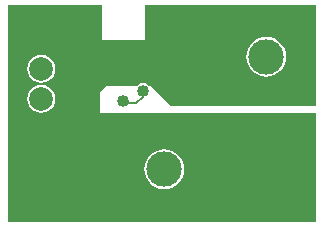
<source format=gbl>
G04*
G04 #@! TF.GenerationSoftware,Altium Limited,Altium Designer,21.2.2 (38)*
G04*
G04 Layer_Physical_Order=2*
G04 Layer_Color=16711680*
%FSLAX25Y25*%
%MOIN*%
G70*
G04*
G04 #@! TF.SameCoordinates,DFD624CB-2947-408E-94CE-297F991FFE17*
G04*
G04*
G04 #@! TF.FilePolarity,Positive*
G04*
G01*
G75*
%ADD24C,0.00700*%
%ADD25C,0.23622*%
%ADD26C,0.11811*%
%ADD27C,0.07874*%
%ADD28C,0.04000*%
G36*
X203543Y140157D02*
X155118D01*
X148425Y146850D01*
X147983D01*
X147926Y146926D01*
X147362Y147358D01*
X146705Y147631D01*
X146000Y147723D01*
X145295Y147631D01*
X144638Y147358D01*
X144074Y146926D01*
X144017Y146850D01*
X133465D01*
X131496Y144882D01*
Y137795D01*
X203543D01*
Y101575D01*
X100787D01*
Y173622D01*
X132283D01*
Y162205D01*
X146457D01*
Y173622D01*
X203543D01*
Y140157D01*
D02*
G37*
%LPC*%
G36*
X187000Y163137D02*
X185705Y163010D01*
X184460Y162632D01*
X183312Y162019D01*
X182307Y161193D01*
X181481Y160188D01*
X180868Y159040D01*
X180490Y157795D01*
X180362Y156500D01*
X180490Y155205D01*
X180868Y153960D01*
X181481Y152812D01*
X182307Y151807D01*
X183312Y150981D01*
X184460Y150368D01*
X185705Y149990D01*
X187000Y149863D01*
X188295Y149990D01*
X189540Y150368D01*
X190688Y150981D01*
X191693Y151807D01*
X192519Y152812D01*
X193132Y153960D01*
X193510Y155205D01*
X193638Y156500D01*
X193510Y157795D01*
X193132Y159040D01*
X192519Y160188D01*
X191693Y161193D01*
X190688Y162019D01*
X189540Y162632D01*
X188295Y163010D01*
X187000Y163137D01*
D02*
G37*
G36*
X112000Y157177D02*
X110790Y157018D01*
X109661Y156550D01*
X108693Y155807D01*
X107950Y154839D01*
X107482Y153710D01*
X107323Y152500D01*
X107482Y151289D01*
X107950Y150162D01*
X108693Y149193D01*
X109661Y148450D01*
X110790Y147982D01*
X112000Y147823D01*
X113210Y147982D01*
X114339Y148450D01*
X115307Y149193D01*
X116050Y150162D01*
X116518Y151289D01*
X116677Y152500D01*
X116518Y153710D01*
X116050Y154839D01*
X115307Y155807D01*
X114339Y156550D01*
X113210Y157018D01*
X112000Y157177D01*
D02*
G37*
G36*
Y147177D02*
X110790Y147018D01*
X109661Y146550D01*
X108693Y145807D01*
X107950Y144839D01*
X107482Y143710D01*
X107323Y142500D01*
X107482Y141289D01*
X107950Y140162D01*
X108693Y139193D01*
X109661Y138450D01*
X110790Y137982D01*
X112000Y137823D01*
X113210Y137982D01*
X114339Y138450D01*
X115307Y139193D01*
X116050Y140162D01*
X116518Y141289D01*
X116677Y142500D01*
X116518Y143710D01*
X116050Y144839D01*
X115307Y145807D01*
X114339Y146550D01*
X113210Y147018D01*
X112000Y147177D01*
D02*
G37*
G36*
X153000Y125637D02*
X151705Y125510D01*
X150460Y125132D01*
X149312Y124519D01*
X148307Y123693D01*
X147481Y122688D01*
X146868Y121540D01*
X146490Y120295D01*
X146362Y119000D01*
X146490Y117705D01*
X146868Y116460D01*
X147481Y115312D01*
X148307Y114307D01*
X149312Y113481D01*
X150460Y112868D01*
X151705Y112490D01*
X153000Y112363D01*
X154295Y112490D01*
X155540Y112868D01*
X156688Y113481D01*
X157693Y114307D01*
X158519Y115312D01*
X159132Y116460D01*
X159510Y117705D01*
X159637Y119000D01*
X159510Y120295D01*
X159132Y121540D01*
X158519Y122688D01*
X157693Y123693D01*
X156688Y124519D01*
X155540Y125132D01*
X154295Y125510D01*
X153000Y125637D01*
D02*
G37*
%LPD*%
D24*
X139370Y140945D02*
X143701Y140945D01*
X139055Y140945D02*
X139370D01*
X146000Y143244D02*
Y145000D01*
X143701Y140945D02*
X146000Y143244D01*
X139370Y141260D02*
Y141732D01*
X139055Y140945D02*
X139370Y141260D01*
D25*
X190051Y114173D02*
D03*
X113673D02*
D03*
D26*
X187000Y156500D02*
D03*
X197000Y146500D02*
D03*
X177000D02*
D03*
X197000Y166500D02*
D03*
X177000D02*
D03*
X153000Y119000D02*
D03*
X163000Y109000D02*
D03*
X143000D02*
D03*
X163000Y129000D02*
D03*
X143000D02*
D03*
D27*
X112000Y142500D02*
D03*
Y152500D02*
D03*
Y162500D02*
D03*
D28*
X142500Y149000D02*
D03*
X139370Y141732D02*
D03*
X136500Y149000D02*
D03*
X164173Y169205D02*
D03*
X146000Y145000D02*
D03*
M02*

</source>
